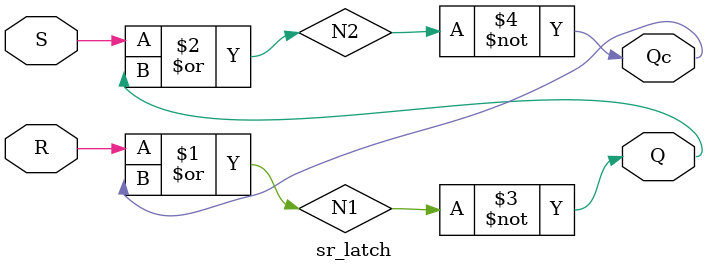
<source format=sv>
module sr_latch(
	input logic R, S,
	output logic Q, Qc
);

logic N1, N2;

assign N1 = R | Qc;
assign N2 = S | Q;

assign Q  = ~N1;
assign Qc = ~N2;

endmodule

</source>
